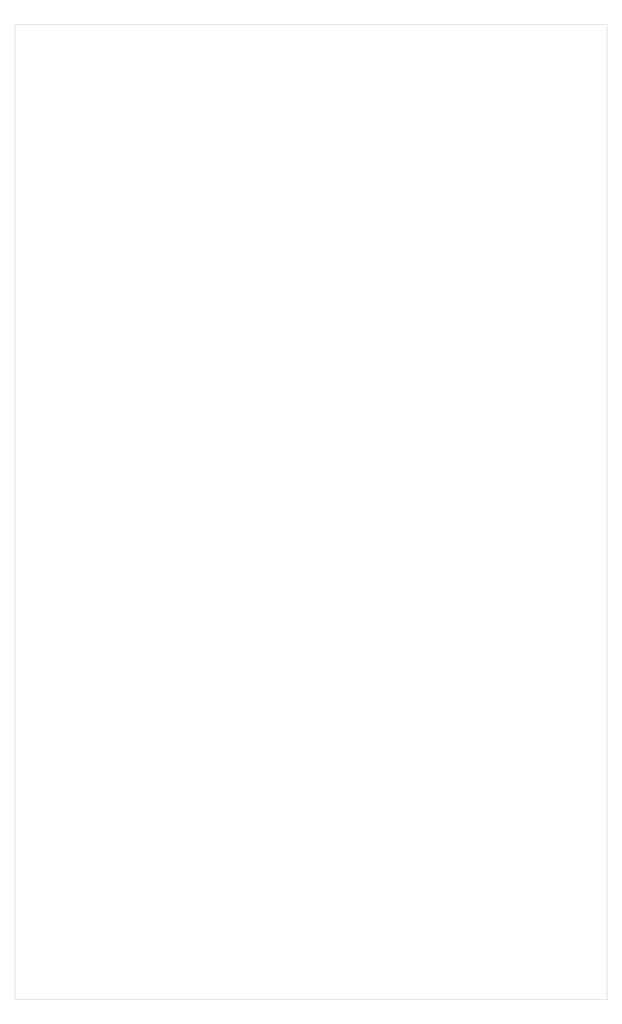
<source format=gbr>
G04 #@! TF.GenerationSoftware,KiCad,Pcbnew,(5.1.5)-3*
G04 #@! TF.CreationDate,2020-11-06T03:20:09-03:00*
G04 #@! TF.ProjectId,baseline_small,62617365-6c69-46e6-955f-736d616c6c2e,0.1*
G04 #@! TF.SameCoordinates,Original*
G04 #@! TF.FileFunction,Profile,NP*
%FSLAX46Y46*%
G04 Gerber Fmt 4.6, Leading zero omitted, Abs format (unit mm)*
G04 Created by KiCad (PCBNEW (5.1.5)-3) date 2020-11-06 03:20:09*
%MOMM*%
%LPD*%
G04 APERTURE LIST*
%ADD10C,0.100000*%
G04 APERTURE END LIST*
D10*
X-131216400Y8255000D02*
X-131216400Y-434206574D01*
X-400098640Y8261426D02*
X-400098640Y-434206574D01*
X-131216400Y8261426D02*
X-400098640Y8261426D01*
X-400098640Y-434206574D02*
X-131216400Y-434206574D01*
M02*

</source>
